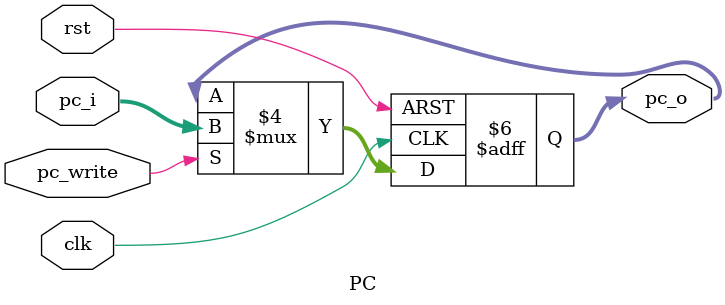
<source format=v>
module PC (
    input clk,
    input rst,
    input pc_write,
    input [31:0] pc_i,
    output reg [31:0] pc_o
);

    // TODO: implement your program counter here
    always@(posedge clk,negedge rst) begin
        if (~rst)
            pc_o <= 0;
        else
            begin
                if(pc_write)
                    pc_o <= pc_i;
                else
                    pc_o <= pc_o;
            end
    end

endmodule


</source>
